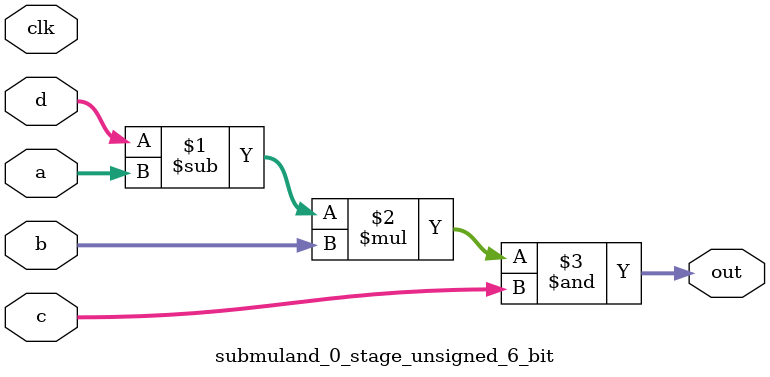
<source format=sv>
(* use_dsp = "yes" *) module submuland_0_stage_unsigned_6_bit(
	input  [5:0] a,
	input  [5:0] b,
	input  [5:0] c,
	input  [5:0] d,
	output [5:0] out,
	input clk);

	assign out = ((d - a) * b) & c;
endmodule

</source>
